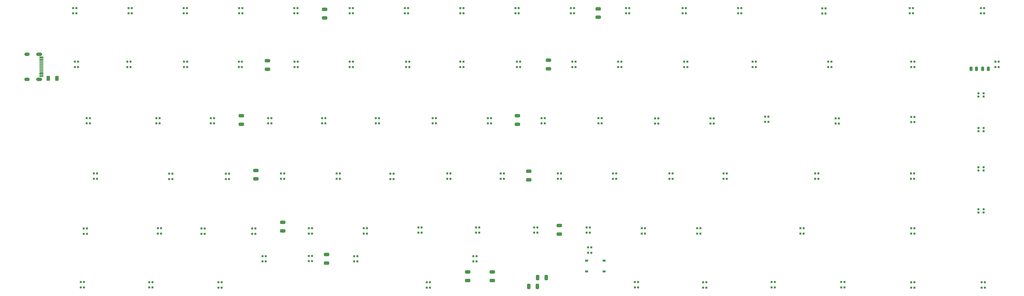
<source format=gbr>
%TF.GenerationSoftware,KiCad,Pcbnew,9.0.2*%
%TF.CreationDate,2025-07-03T22:06:11+05:30*%
%TF.ProjectId,KeeBoard,4b656542-6f61-4726-942e-6b696361645f,rev?*%
%TF.SameCoordinates,Original*%
%TF.FileFunction,Paste,Top*%
%TF.FilePolarity,Positive*%
%FSLAX46Y46*%
G04 Gerber Fmt 4.6, Leading zero omitted, Abs format (unit mm)*
G04 Created by KiCad (PCBNEW 9.0.2) date 2025-07-03 22:06:11*
%MOMM*%
%LPD*%
G01*
G04 APERTURE LIST*
G04 Aperture macros list*
%AMRoundRect*
0 Rectangle with rounded corners*
0 $1 Rounding radius*
0 $2 $3 $4 $5 $6 $7 $8 $9 X,Y pos of 4 corners*
0 Add a 4 corners polygon primitive as box body*
4,1,4,$2,$3,$4,$5,$6,$7,$8,$9,$2,$3,0*
0 Add four circle primitives for the rounded corners*
1,1,$1+$1,$2,$3*
1,1,$1+$1,$4,$5*
1,1,$1+$1,$6,$7*
1,1,$1+$1,$8,$9*
0 Add four rect primitives between the rounded corners*
20,1,$1+$1,$2,$3,$4,$5,0*
20,1,$1+$1,$4,$5,$6,$7,0*
20,1,$1+$1,$6,$7,$8,$9,0*
20,1,$1+$1,$8,$9,$2,$3,0*%
G04 Aperture macros list end*
%ADD10C,0.000000*%
%ADD11RoundRect,0.250000X0.325000X0.650000X-0.325000X0.650000X-0.325000X-0.650000X0.325000X-0.650000X0*%
%ADD12RoundRect,0.250000X0.650000X-0.325000X0.650000X0.325000X-0.650000X0.325000X-0.650000X-0.325000X0*%
%ADD13R,0.700000X0.700000*%
%ADD14RoundRect,0.250000X-0.250000X-0.475000X0.250000X-0.475000X0.250000X0.475000X-0.250000X0.475000X0*%
%ADD15RoundRect,0.250000X-0.650000X0.325000X-0.650000X-0.325000X0.650000X-0.325000X0.650000X0.325000X0*%
%ADD16R,1.000000X0.750000*%
%ADD17R,1.300000X0.300000*%
%ADD18RoundRect,0.250000X0.312500X0.625000X-0.312500X0.625000X-0.312500X-0.625000X0.312500X-0.625000X0*%
G04 APERTURE END LIST*
D10*
%TO.C,J1*%
G36*
X22598000Y-41725000D02*
G01*
X21298000Y-41725000D01*
X21298000Y-41425000D01*
X22598000Y-41425000D01*
X22598000Y-41725000D01*
G37*
G36*
X22598000Y-42725000D02*
G01*
X21298000Y-42725000D01*
X21298000Y-42425000D01*
X22598000Y-42425000D01*
X22598000Y-42725000D01*
G37*
G36*
X22598000Y-43225000D02*
G01*
X21298000Y-43225000D01*
X21298000Y-42925000D01*
X22598000Y-42925000D01*
X22598000Y-43225000D01*
G37*
G36*
X22598000Y-43725000D02*
G01*
X21298000Y-43725000D01*
X21298000Y-43425000D01*
X22598000Y-43425000D01*
X22598000Y-43725000D01*
G37*
G36*
X22598000Y-44225000D02*
G01*
X21298000Y-44225000D01*
X21298000Y-43925000D01*
X22598000Y-43925000D01*
X22598000Y-44225000D01*
G37*
G36*
X22598000Y-44724500D02*
G01*
X21298000Y-44724500D01*
X21298000Y-44424500D01*
X22598000Y-44424500D01*
X22598000Y-44724500D01*
G37*
G36*
X22598000Y-45225000D02*
G01*
X21298000Y-45225000D01*
X21298000Y-44925000D01*
X22598000Y-44925000D01*
X22598000Y-45225000D01*
G37*
G36*
X22598000Y-42225000D02*
G01*
X21298000Y-42225000D01*
X21298000Y-41925000D01*
X22598000Y-41925000D01*
X22598000Y-42225000D01*
G37*
G36*
X22598000Y-40125000D02*
G01*
X22598000Y-40425000D01*
X21298000Y-40425000D01*
X21298000Y-40125000D01*
X21298000Y-39825000D01*
X22598000Y-39825000D01*
X22598000Y-40125000D01*
G37*
G36*
X22598000Y-40925000D02*
G01*
X22598000Y-41225000D01*
X21298000Y-41225000D01*
X21298000Y-40925000D01*
X21298000Y-40625000D01*
X22598000Y-40625000D01*
X22598000Y-40925000D01*
G37*
G36*
X22598000Y-45725000D02*
G01*
X22598000Y-46025000D01*
X21298500Y-46025000D01*
X21298500Y-45725000D01*
X21298500Y-45425000D01*
X22598000Y-45425000D01*
X22598000Y-45725000D01*
G37*
G36*
X22598000Y-46525000D02*
G01*
X22598000Y-46825000D01*
X21298500Y-46825000D01*
X21298500Y-46525000D01*
X21298500Y-46225000D01*
X22598000Y-46225000D01*
X22598000Y-46525000D01*
G37*
G36*
X17330000Y-47051000D02*
G01*
X17359500Y-47053000D01*
X17389500Y-47057000D01*
X17419000Y-47062000D01*
X17448000Y-47068500D01*
X17476500Y-47077000D01*
X17505000Y-47086500D01*
X17533000Y-47097000D01*
X17560000Y-47109500D01*
X17587000Y-47123000D01*
X17612500Y-47138000D01*
X17638000Y-47154500D01*
X17662000Y-47172000D01*
X17685500Y-47190500D01*
X17708000Y-47210500D01*
X17729500Y-47231000D01*
X17749500Y-47253000D01*
X17769000Y-47276000D01*
X17787000Y-47300000D01*
X17804000Y-47324500D01*
X17819500Y-47350000D01*
X17834000Y-47376500D01*
X17847000Y-47403500D01*
X17858500Y-47431000D01*
X17868500Y-47459000D01*
X17877500Y-47487500D01*
X17885000Y-47516500D01*
X17891000Y-47546000D01*
X17895000Y-47575500D01*
X17898000Y-47605500D01*
X17899500Y-47635000D01*
X17899500Y-47665000D01*
X17898000Y-47695000D01*
X17895000Y-47724500D01*
X17891000Y-47754500D01*
X17885000Y-47783500D01*
X17877500Y-47812500D01*
X17868500Y-47841000D01*
X17858500Y-47869500D01*
X17847000Y-47897000D01*
X17834000Y-47924000D01*
X17819500Y-47950000D01*
X17804000Y-47975500D01*
X17787000Y-48000500D01*
X17769000Y-48024000D01*
X17749500Y-48047000D01*
X17729500Y-48069000D01*
X17708000Y-48090000D01*
X17685500Y-48110000D01*
X17662000Y-48128500D01*
X17638000Y-48146000D01*
X17612500Y-48162000D01*
X17587000Y-48177000D01*
X17560000Y-48190500D01*
X17533000Y-48203000D01*
X17505000Y-48214000D01*
X17476500Y-48223500D01*
X17448000Y-48231500D01*
X17419000Y-48238000D01*
X17389500Y-48243500D01*
X17359500Y-48247000D01*
X17330000Y-48249500D01*
X17300000Y-48250000D01*
X16700000Y-48250000D01*
X16670000Y-48249500D01*
X16640000Y-48247000D01*
X16610500Y-48243500D01*
X16581000Y-48238000D01*
X16552000Y-48231500D01*
X16523000Y-48223500D01*
X16494500Y-48214000D01*
X16467000Y-48203000D01*
X16439500Y-48190500D01*
X16413000Y-48177000D01*
X16387000Y-48162000D01*
X16362000Y-48146000D01*
X16337500Y-48128500D01*
X16314000Y-48110000D01*
X16292000Y-48090000D01*
X16270500Y-48069000D01*
X16250000Y-48047000D01*
X16231000Y-48024000D01*
X16212500Y-48000500D01*
X16196000Y-47975500D01*
X16180500Y-47950000D01*
X16166000Y-47924000D01*
X16153000Y-47897000D01*
X16141500Y-47869500D01*
X16131000Y-47841000D01*
X16122500Y-47812500D01*
X16115000Y-47783500D01*
X16109000Y-47754500D01*
X16104500Y-47724500D01*
X16101500Y-47695000D01*
X16100000Y-47665000D01*
X16100000Y-47635000D01*
X16101500Y-47605500D01*
X16104500Y-47575500D01*
X16109000Y-47546000D01*
X16115000Y-47516500D01*
X16122500Y-47487500D01*
X16131000Y-47459000D01*
X16141500Y-47431000D01*
X16153000Y-47403500D01*
X16166000Y-47376500D01*
X16180500Y-47350000D01*
X16196000Y-47324500D01*
X16212500Y-47300000D01*
X16231000Y-47276000D01*
X16250000Y-47253000D01*
X16270500Y-47231000D01*
X16292000Y-47210500D01*
X16314000Y-47190500D01*
X16337500Y-47172000D01*
X16362000Y-47154500D01*
X16387000Y-47138000D01*
X16413000Y-47123000D01*
X16439500Y-47109500D01*
X16467000Y-47097000D01*
X16494500Y-47086500D01*
X16523000Y-47077000D01*
X16552000Y-47068500D01*
X16581000Y-47062000D01*
X16610500Y-47057000D01*
X16640000Y-47053000D01*
X16670000Y-47051000D01*
X16700000Y-47050000D01*
X17300000Y-47050000D01*
X17330000Y-47051000D01*
G37*
G36*
X17330000Y-38400500D02*
G01*
X17359500Y-38403000D01*
X17389500Y-38406500D01*
X17419000Y-38412000D01*
X17448000Y-38418500D01*
X17476500Y-38426500D01*
X17505000Y-38436000D01*
X17533000Y-38447000D01*
X17560000Y-38459500D01*
X17587000Y-38473000D01*
X17612500Y-38488000D01*
X17638000Y-38504000D01*
X17662000Y-38521500D01*
X17685500Y-38540000D01*
X17708000Y-38560000D01*
X17729500Y-38581000D01*
X17749500Y-38603000D01*
X17769000Y-38626000D01*
X17787000Y-38649500D01*
X17804000Y-38674500D01*
X17819500Y-38700000D01*
X17834000Y-38726000D01*
X17847000Y-38753000D01*
X17858500Y-38780500D01*
X17868500Y-38809000D01*
X17877500Y-38837500D01*
X17885000Y-38866500D01*
X17891000Y-38895500D01*
X17895000Y-38925500D01*
X17898000Y-38955000D01*
X17899500Y-38985000D01*
X17899500Y-39015000D01*
X17898000Y-39044500D01*
X17895000Y-39074500D01*
X17891000Y-39104000D01*
X17885000Y-39133500D01*
X17877500Y-39162500D01*
X17868500Y-39191000D01*
X17858500Y-39219000D01*
X17847000Y-39246500D01*
X17834000Y-39273500D01*
X17819500Y-39300000D01*
X17804000Y-39325500D01*
X17787000Y-39350000D01*
X17769000Y-39374000D01*
X17749500Y-39397000D01*
X17729500Y-39419000D01*
X17708000Y-39439500D01*
X17685500Y-39459500D01*
X17662000Y-39478000D01*
X17638000Y-39495500D01*
X17612500Y-39512000D01*
X17587000Y-39527000D01*
X17560000Y-39540500D01*
X17533000Y-39553000D01*
X17505000Y-39563500D01*
X17476500Y-39573000D01*
X17448000Y-39581500D01*
X17419000Y-39588000D01*
X17389500Y-39593000D01*
X17359500Y-39597000D01*
X17330000Y-39599000D01*
X17300000Y-39600000D01*
X16700000Y-39600000D01*
X16670000Y-39599000D01*
X16640000Y-39597000D01*
X16610500Y-39593000D01*
X16581000Y-39588000D01*
X16552000Y-39581500D01*
X16523000Y-39573000D01*
X16494500Y-39563500D01*
X16467000Y-39553000D01*
X16439500Y-39540500D01*
X16413000Y-39527000D01*
X16387000Y-39512000D01*
X16362000Y-39495500D01*
X16337500Y-39478000D01*
X16314000Y-39459500D01*
X16292000Y-39439500D01*
X16270500Y-39419000D01*
X16250000Y-39397000D01*
X16231000Y-39374000D01*
X16212500Y-39350000D01*
X16196000Y-39325500D01*
X16180500Y-39300000D01*
X16166000Y-39273500D01*
X16153000Y-39246500D01*
X16141500Y-39219000D01*
X16131000Y-39191000D01*
X16122500Y-39162500D01*
X16115000Y-39133500D01*
X16109000Y-39104000D01*
X16104500Y-39074500D01*
X16101500Y-39044500D01*
X16100000Y-39015000D01*
X16100000Y-38985000D01*
X16101500Y-38955000D01*
X16104500Y-38925500D01*
X16109000Y-38895500D01*
X16115000Y-38866500D01*
X16122500Y-38837500D01*
X16131000Y-38809000D01*
X16141500Y-38780500D01*
X16153000Y-38753000D01*
X16166000Y-38726000D01*
X16180500Y-38700000D01*
X16196000Y-38674500D01*
X16212500Y-38649500D01*
X16231000Y-38626000D01*
X16250000Y-38603000D01*
X16270500Y-38581000D01*
X16292000Y-38560000D01*
X16314000Y-38540000D01*
X16337500Y-38521500D01*
X16362000Y-38504000D01*
X16387000Y-38488000D01*
X16413000Y-38473000D01*
X16439500Y-38459500D01*
X16467000Y-38447000D01*
X16494500Y-38436000D01*
X16523000Y-38426500D01*
X16552000Y-38418500D01*
X16581000Y-38412000D01*
X16610500Y-38406500D01*
X16640000Y-38403000D01*
X16670000Y-38400500D01*
X16700000Y-38400000D01*
X17300000Y-38400000D01*
X17330000Y-38400500D01*
G37*
G36*
X21609500Y-38400500D02*
G01*
X21639500Y-38403000D01*
X21669000Y-38406500D01*
X21698500Y-38412000D01*
X21728000Y-38418500D01*
X21756500Y-38426500D01*
X21785000Y-38436000D01*
X21813000Y-38447000D01*
X21840000Y-38459500D01*
X21866500Y-38473000D01*
X21892500Y-38488000D01*
X21918000Y-38504000D01*
X21942000Y-38521500D01*
X21965500Y-38540000D01*
X21988000Y-38560000D01*
X22009500Y-38581000D01*
X22029500Y-38603000D01*
X22049000Y-38626000D01*
X22067000Y-38649500D01*
X22084000Y-38674500D01*
X22099500Y-38700000D01*
X22113500Y-38726000D01*
X22126500Y-38753000D01*
X22138500Y-38780500D01*
X22148500Y-38809000D01*
X22157500Y-38837500D01*
X22164500Y-38866500D01*
X22170500Y-38895500D01*
X22175000Y-38925500D01*
X22178000Y-38955000D01*
X22179500Y-38985000D01*
X22179500Y-39015000D01*
X22178000Y-39044500D01*
X22175000Y-39074500D01*
X22170500Y-39104000D01*
X22164500Y-39133500D01*
X22157500Y-39162500D01*
X22148500Y-39191000D01*
X22138500Y-39219000D01*
X22126500Y-39246500D01*
X22113500Y-39273500D01*
X22099500Y-39300000D01*
X22084000Y-39325500D01*
X22067000Y-39350000D01*
X22049000Y-39374000D01*
X22029500Y-39397000D01*
X22009500Y-39419000D01*
X21988000Y-39439500D01*
X21965500Y-39459500D01*
X21942000Y-39478000D01*
X21918000Y-39495500D01*
X21892500Y-39512000D01*
X21866500Y-39527000D01*
X21840000Y-39540500D01*
X21813000Y-39553000D01*
X21785000Y-39563500D01*
X21756500Y-39573000D01*
X21728000Y-39581500D01*
X21698500Y-39588000D01*
X21669000Y-39593000D01*
X21639500Y-39597000D01*
X21609500Y-39599000D01*
X21580000Y-39600000D01*
X20780000Y-39600000D01*
X20750000Y-39599000D01*
X20720000Y-39597000D01*
X20690500Y-39593000D01*
X20661000Y-39588000D01*
X20631500Y-39581500D01*
X20603000Y-39573000D01*
X20574500Y-39563500D01*
X20546500Y-39553000D01*
X20519500Y-39540500D01*
X20493000Y-39527000D01*
X20467000Y-39512000D01*
X20442000Y-39495500D01*
X20417500Y-39478000D01*
X20394000Y-39459500D01*
X20371500Y-39439500D01*
X20350500Y-39419000D01*
X20330000Y-39397000D01*
X20310500Y-39374000D01*
X20292500Y-39350000D01*
X20276000Y-39325500D01*
X20260000Y-39300000D01*
X20246000Y-39273500D01*
X20233000Y-39246500D01*
X20221500Y-39219000D01*
X20211000Y-39191000D01*
X20202000Y-39162500D01*
X20195000Y-39133500D01*
X20189000Y-39104000D01*
X20184500Y-39074500D01*
X20181500Y-39044500D01*
X20180000Y-39015000D01*
X20180000Y-38985000D01*
X20181500Y-38955000D01*
X20184500Y-38925500D01*
X20189000Y-38895500D01*
X20195000Y-38866500D01*
X20202000Y-38837500D01*
X20211000Y-38809000D01*
X20221500Y-38780500D01*
X20233000Y-38753000D01*
X20246000Y-38726000D01*
X20260000Y-38700000D01*
X20276000Y-38674500D01*
X20292500Y-38649500D01*
X20310500Y-38626000D01*
X20330000Y-38603000D01*
X20350500Y-38581000D01*
X20371500Y-38560000D01*
X20394000Y-38540000D01*
X20417500Y-38521500D01*
X20442000Y-38504000D01*
X20467000Y-38488000D01*
X20493000Y-38473000D01*
X20519500Y-38459500D01*
X20546500Y-38447000D01*
X20574500Y-38436000D01*
X20603000Y-38426500D01*
X20631500Y-38418500D01*
X20661000Y-38412000D01*
X20690500Y-38406500D01*
X20720000Y-38403000D01*
X20750000Y-38400500D01*
X20780000Y-38400000D01*
X21580000Y-38400000D01*
X21609500Y-38400500D01*
G37*
G36*
X21609500Y-47051000D02*
G01*
X21639500Y-47053000D01*
X21669000Y-47057000D01*
X21698500Y-47062000D01*
X21728000Y-47068500D01*
X21756500Y-47077000D01*
X21785000Y-47086500D01*
X21813000Y-47097000D01*
X21840000Y-47109500D01*
X21866500Y-47123000D01*
X21892500Y-47138000D01*
X21918000Y-47154500D01*
X21942000Y-47172000D01*
X21965500Y-47190500D01*
X21988000Y-47210500D01*
X22009500Y-47231000D01*
X22029500Y-47253000D01*
X22049000Y-47276000D01*
X22067000Y-47300000D01*
X22084000Y-47324500D01*
X22099500Y-47350000D01*
X22113500Y-47376500D01*
X22126500Y-47403500D01*
X22138500Y-47431000D01*
X22148500Y-47459000D01*
X22157500Y-47487500D01*
X22164500Y-47516500D01*
X22170500Y-47546000D01*
X22175000Y-47575500D01*
X22178000Y-47605500D01*
X22179500Y-47635000D01*
X22179500Y-47665000D01*
X22178000Y-47695000D01*
X22175000Y-47724500D01*
X22170500Y-47754500D01*
X22164500Y-47783500D01*
X22157500Y-47812500D01*
X22148500Y-47841000D01*
X22138500Y-47869500D01*
X22126500Y-47897000D01*
X22113500Y-47924000D01*
X22099500Y-47950000D01*
X22084000Y-47975500D01*
X22067000Y-48000500D01*
X22049000Y-48024000D01*
X22029500Y-48047000D01*
X22009500Y-48069000D01*
X21988000Y-48090000D01*
X21965500Y-48110000D01*
X21942000Y-48128500D01*
X21918000Y-48146000D01*
X21892500Y-48162000D01*
X21866500Y-48177000D01*
X21840000Y-48190500D01*
X21813000Y-48203000D01*
X21785000Y-48214000D01*
X21756500Y-48223500D01*
X21728000Y-48231500D01*
X21698500Y-48238000D01*
X21669000Y-48243500D01*
X21639500Y-48247000D01*
X21609500Y-48249500D01*
X21580000Y-48250000D01*
X20780000Y-48250000D01*
X20750000Y-48249500D01*
X20720000Y-48247000D01*
X20690500Y-48243500D01*
X20661000Y-48238000D01*
X20631500Y-48231500D01*
X20603000Y-48223500D01*
X20574500Y-48214000D01*
X20546500Y-48203000D01*
X20519500Y-48190500D01*
X20493000Y-48177000D01*
X20467000Y-48162000D01*
X20442000Y-48146000D01*
X20417500Y-48128500D01*
X20394000Y-48110000D01*
X20371500Y-48090000D01*
X20350500Y-48069000D01*
X20330000Y-48047000D01*
X20310500Y-48024000D01*
X20292500Y-48000500D01*
X20276000Y-47975500D01*
X20260000Y-47950000D01*
X20246000Y-47924000D01*
X20233000Y-47897000D01*
X20221500Y-47869500D01*
X20211000Y-47841000D01*
X20202000Y-47812500D01*
X20195000Y-47783500D01*
X20189000Y-47754500D01*
X20184500Y-47724500D01*
X20181500Y-47695000D01*
X20180000Y-47665000D01*
X20180000Y-47635000D01*
X20181500Y-47605500D01*
X20184500Y-47575500D01*
X20189000Y-47546000D01*
X20195000Y-47516500D01*
X20202000Y-47487500D01*
X20211000Y-47459000D01*
X20221500Y-47431000D01*
X20233000Y-47403500D01*
X20246000Y-47376500D01*
X20260000Y-47350000D01*
X20276000Y-47324500D01*
X20292500Y-47300000D01*
X20310500Y-47276000D01*
X20330000Y-47253000D01*
X20350500Y-47231000D01*
X20371500Y-47210500D01*
X20394000Y-47190500D01*
X20417500Y-47172000D01*
X20442000Y-47154500D01*
X20467000Y-47138000D01*
X20493000Y-47123000D01*
X20519500Y-47109500D01*
X20546500Y-47097000D01*
X20574500Y-47086500D01*
X20603000Y-47077000D01*
X20631500Y-47068500D01*
X20661000Y-47062000D01*
X20690500Y-47057000D01*
X20720000Y-47053000D01*
X20750000Y-47051000D01*
X20780000Y-47050000D01*
X21580000Y-47050000D01*
X21609500Y-47051000D01*
G37*
%TD*%
D11*
%TO.C,C1*%
X192475000Y-119000000D03*
X189525000Y-119000000D03*
%TD*%
D12*
%TO.C,C2*%
X119300000Y-26475000D03*
X119300000Y-23525000D03*
%TD*%
D13*
%TO.C,LED81*%
X129450000Y-110415000D03*
X130550000Y-110415000D03*
X130550000Y-108585000D03*
X129450000Y-108585000D03*
%TD*%
%TO.C,LED80*%
X113900000Y-110330000D03*
X115000000Y-110330000D03*
X115000000Y-108500000D03*
X113900000Y-108500000D03*
%TD*%
%TO.C,LED91*%
X344085000Y-92450000D03*
X344085000Y-93550000D03*
X345915000Y-93550000D03*
X345915000Y-92450000D03*
%TD*%
%TO.C,LED68*%
X151540000Y-100500000D03*
X152640000Y-100500000D03*
X152640000Y-98670000D03*
X151540000Y-98670000D03*
%TD*%
%TO.C,LED36*%
X99950000Y-62830000D03*
X101050000Y-62830000D03*
X101050000Y-61000000D03*
X99950000Y-61000000D03*
%TD*%
%TO.C,LED17*%
X33450000Y-43415000D03*
X34550000Y-43415000D03*
X34550000Y-41585000D03*
X33450000Y-41585000D03*
%TD*%
%TO.C,LED6*%
X127925000Y-24915000D03*
X129025000Y-24915000D03*
X129025000Y-23085000D03*
X127925000Y-23085000D03*
%TD*%
%TO.C,LED18*%
X51450000Y-43415000D03*
X52550000Y-43415000D03*
X52550000Y-41585000D03*
X51450000Y-41585000D03*
%TD*%
%TO.C,LED65*%
X94450000Y-100915000D03*
X95550000Y-100915000D03*
X95550000Y-99085000D03*
X94450000Y-99085000D03*
%TD*%
%TO.C,LED23*%
X147350000Y-43415000D03*
X148450000Y-43415000D03*
X148450000Y-41585000D03*
X147350000Y-41585000D03*
%TD*%
%TO.C,LED58*%
X237830000Y-81915000D03*
X238930000Y-81915000D03*
X238930000Y-80085000D03*
X237830000Y-80085000D03*
%TD*%
%TO.C,LED66*%
X113900000Y-100830000D03*
X115000000Y-100830000D03*
X115000000Y-99000000D03*
X113900000Y-99000000D03*
%TD*%
%TO.C,LED53*%
X141900000Y-82000000D03*
X143000000Y-82000000D03*
X143000000Y-80170000D03*
X141900000Y-80170000D03*
%TD*%
D12*
%TO.C,C3*%
X213400000Y-26275000D03*
X213400000Y-23325000D03*
%TD*%
D13*
%TO.C,LED60*%
X287950000Y-81915000D03*
X289050000Y-81915000D03*
X289050000Y-80085000D03*
X287950000Y-80085000D03*
%TD*%
%TO.C,LED14*%
X290400000Y-25000000D03*
X291500000Y-25000000D03*
X291500000Y-23170000D03*
X290400000Y-23170000D03*
%TD*%
%TO.C,LED57*%
X218450000Y-81915000D03*
X219550000Y-81915000D03*
X219550000Y-80085000D03*
X218450000Y-80085000D03*
%TD*%
D12*
%TO.C,C14*%
X200000000Y-100975000D03*
X200000000Y-98025000D03*
%TD*%
D13*
%TO.C,LED62*%
X36500000Y-100915000D03*
X37600000Y-100915000D03*
X37600000Y-99085000D03*
X36500000Y-99085000D03*
%TD*%
%TO.C,LED94*%
X344085000Y-52450000D03*
X344085000Y-53550000D03*
X345915000Y-53550000D03*
X345915000Y-52450000D03*
%TD*%
D12*
%TO.C,C13*%
X104900000Y-99875000D03*
X104900000Y-96925000D03*
%TD*%
D14*
%TO.C,0.1uf_C2*%
X345550000Y-44000000D03*
X347450000Y-44000000D03*
%TD*%
D13*
%TO.C,LED69*%
X171400000Y-100500000D03*
X172500000Y-100500000D03*
X172500000Y-98670000D03*
X171400000Y-98670000D03*
%TD*%
%TO.C,LED5*%
X108920000Y-24915000D03*
X110020000Y-24915000D03*
X110020000Y-23085000D03*
X108920000Y-23085000D03*
%TD*%
%TO.C,LED37*%
X118450000Y-62830000D03*
X119550000Y-62830000D03*
X119550000Y-61000000D03*
X118450000Y-61000000D03*
%TD*%
D14*
%TO.C,0.1uf_C1*%
X341550000Y-44000000D03*
X343450000Y-44000000D03*
%TD*%
D13*
%TO.C,LED75*%
X320950000Y-100830000D03*
X322050000Y-100830000D03*
X322050000Y-99000000D03*
X320950000Y-99000000D03*
%TD*%
D12*
%TO.C,C19*%
X120000000Y-110975000D03*
X120000000Y-108025000D03*
%TD*%
D13*
%TO.C,LED4*%
X89915000Y-24915000D03*
X91015000Y-24915000D03*
X91015000Y-23085000D03*
X89915000Y-23085000D03*
%TD*%
D12*
%TO.C,C10*%
X95700000Y-81975000D03*
X95700000Y-79025000D03*
%TD*%
D11*
%TO.C,C17*%
X195475000Y-116000000D03*
X192525000Y-116000000D03*
%TD*%
D13*
%TO.C,LED2*%
X51905000Y-24915000D03*
X53005000Y-24915000D03*
X53005000Y-23085000D03*
X51905000Y-23085000D03*
%TD*%
%TO.C,LED32*%
X349950000Y-43415000D03*
X351050000Y-43415000D03*
X351050000Y-41585000D03*
X349950000Y-41585000D03*
%TD*%
%TO.C,LED20*%
X89801667Y-43415000D03*
X90901667Y-43415000D03*
X90901667Y-41585000D03*
X89801667Y-41585000D03*
%TD*%
D12*
%TO.C,C6*%
X196300000Y-43975000D03*
X196300000Y-41025000D03*
%TD*%
D13*
%TO.C,LED59*%
X256450000Y-81915000D03*
X257550000Y-81915000D03*
X257550000Y-80085000D03*
X256450000Y-80085000D03*
%TD*%
%TO.C,LED15*%
X320450000Y-24915000D03*
X321550000Y-24915000D03*
X321550000Y-23085000D03*
X320450000Y-23085000D03*
%TD*%
%TO.C,LED13*%
X261450000Y-24915000D03*
X262550000Y-24915000D03*
X262550000Y-23085000D03*
X261450000Y-23085000D03*
%TD*%
%TO.C,LED55*%
X179850000Y-81915000D03*
X180950000Y-81915000D03*
X180950000Y-80085000D03*
X179850000Y-80085000D03*
%TD*%
%TO.C,LED29*%
X266450000Y-43415000D03*
X267550000Y-43415000D03*
X267550000Y-41585000D03*
X266450000Y-41585000D03*
%TD*%
%TO.C,LED10*%
X203945000Y-24915000D03*
X205045000Y-24915000D03*
X205045000Y-23085000D03*
X203945000Y-23085000D03*
%TD*%
%TO.C,LED83*%
X170450000Y-110415000D03*
X171550000Y-110415000D03*
X171550000Y-108585000D03*
X170450000Y-108585000D03*
%TD*%
%TO.C,LED19*%
X70950000Y-43415000D03*
X72050000Y-43415000D03*
X72050000Y-41585000D03*
X70950000Y-41585000D03*
%TD*%
%TO.C,LED61*%
X320900000Y-81915000D03*
X322000000Y-81915000D03*
X322000000Y-80085000D03*
X320900000Y-80085000D03*
%TD*%
%TO.C,LED28*%
X242950000Y-43415000D03*
X244050000Y-43415000D03*
X244050000Y-41585000D03*
X242950000Y-41585000D03*
%TD*%
%TO.C,LED51*%
X104350000Y-81915000D03*
X105450000Y-81915000D03*
X105450000Y-80085000D03*
X104350000Y-80085000D03*
%TD*%
%TO.C,LED49*%
X65900000Y-82000000D03*
X67000000Y-82000000D03*
X67000000Y-80170000D03*
X65900000Y-80170000D03*
%TD*%
%TO.C,LED26*%
X204450000Y-43415000D03*
X205550000Y-43415000D03*
X205550000Y-41585000D03*
X204450000Y-41585000D03*
%TD*%
%TO.C,LED87*%
X273000000Y-119330000D03*
X274100000Y-119330000D03*
X274100000Y-117500000D03*
X273000000Y-117500000D03*
%TD*%
%TO.C,LED46*%
X294950000Y-62915000D03*
X296050000Y-62915000D03*
X296050000Y-61085000D03*
X294950000Y-61085000D03*
%TD*%
%TO.C,LED73*%
X247400000Y-100830000D03*
X248500000Y-100830000D03*
X248500000Y-99000000D03*
X247400000Y-99000000D03*
%TD*%
%TO.C,LED48*%
X39950000Y-81915000D03*
X41050000Y-81915000D03*
X41050000Y-80085000D03*
X39950000Y-80085000D03*
%TD*%
%TO.C,LED56*%
X199450000Y-81915000D03*
X200550000Y-81915000D03*
X200550000Y-80085000D03*
X199450000Y-80085000D03*
%TD*%
D12*
%TO.C,C8*%
X90700000Y-63175000D03*
X90700000Y-60225000D03*
%TD*%
D13*
%TO.C,LED24*%
X165950000Y-43415000D03*
X167050000Y-43415000D03*
X167050000Y-41585000D03*
X165950000Y-41585000D03*
%TD*%
%TO.C,LED40*%
X175450000Y-62830000D03*
X176550000Y-62830000D03*
X176550000Y-61000000D03*
X175450000Y-61000000D03*
%TD*%
%TO.C,LED12*%
X242450000Y-24915000D03*
X243550000Y-24915000D03*
X243550000Y-23085000D03*
X242450000Y-23085000D03*
%TD*%
%TO.C,LED34*%
X61450000Y-62830000D03*
X62550000Y-62830000D03*
X62550000Y-61000000D03*
X61450000Y-61000000D03*
%TD*%
%TO.C,LED31*%
X320950000Y-43415000D03*
X322050000Y-43415000D03*
X322050000Y-41585000D03*
X320950000Y-41585000D03*
%TD*%
%TO.C,LED71*%
X209400000Y-100500000D03*
X210500000Y-100500000D03*
X210500000Y-98670000D03*
X209400000Y-98670000D03*
%TD*%
%TO.C,LED3*%
X70910000Y-24915000D03*
X72010000Y-24915000D03*
X72010000Y-23085000D03*
X70910000Y-23085000D03*
%TD*%
%TO.C,LED78*%
X82780000Y-119430000D03*
X83880000Y-119430000D03*
X83880000Y-117600000D03*
X82780000Y-117600000D03*
%TD*%
%TO.C,LED85*%
X226000000Y-119330000D03*
X227100000Y-119330000D03*
X227100000Y-117500000D03*
X226000000Y-117500000D03*
%TD*%
%TO.C,LED67*%
X132800000Y-100830000D03*
X133900000Y-100830000D03*
X133900000Y-99000000D03*
X132800000Y-99000000D03*
%TD*%
%TO.C,LED90*%
X345200000Y-119430000D03*
X346300000Y-119430000D03*
X346300000Y-117600000D03*
X345200000Y-117600000D03*
%TD*%
%TO.C,LED63*%
X61950000Y-100815000D03*
X63050000Y-100815000D03*
X63050000Y-98985000D03*
X61950000Y-98985000D03*
%TD*%
%TO.C,LED77*%
X59000000Y-119400000D03*
X60100000Y-119400000D03*
X60100000Y-117570000D03*
X59000000Y-117570000D03*
%TD*%
%TO.C,LED43*%
X232950000Y-62915000D03*
X234050000Y-62915000D03*
X234050000Y-61085000D03*
X232950000Y-61085000D03*
%TD*%
%TO.C,LED64*%
X76950000Y-100915000D03*
X78050000Y-100915000D03*
X78050000Y-99085000D03*
X76950000Y-99085000D03*
%TD*%
D12*
%TO.C,C5*%
X99700000Y-44175000D03*
X99700000Y-41225000D03*
%TD*%
D13*
%TO.C,LED74*%
X282900000Y-100830000D03*
X284000000Y-100830000D03*
X284000000Y-99000000D03*
X282900000Y-99000000D03*
%TD*%
%TO.C,LED76*%
X35500000Y-119330000D03*
X36600000Y-119330000D03*
X36600000Y-117500000D03*
X35500000Y-117500000D03*
%TD*%
%TO.C,LED88*%
X296950000Y-119330000D03*
X298050000Y-119330000D03*
X298050000Y-117500000D03*
X296950000Y-117500000D03*
%TD*%
%TO.C,LED52*%
X123450000Y-81915000D03*
X124550000Y-81915000D03*
X124550000Y-80085000D03*
X123450000Y-80085000D03*
%TD*%
%TO.C,LED44*%
X251950000Y-62915000D03*
X253050000Y-62915000D03*
X253050000Y-61085000D03*
X251950000Y-61085000D03*
%TD*%
%TO.C,LED8*%
X165935000Y-24915000D03*
X167035000Y-24915000D03*
X167035000Y-23085000D03*
X165935000Y-23085000D03*
%TD*%
%TO.C,LED54*%
X161450000Y-81915000D03*
X162550000Y-81915000D03*
X162550000Y-80085000D03*
X161450000Y-80085000D03*
%TD*%
%TO.C,LED38*%
X136950000Y-62830000D03*
X138050000Y-62830000D03*
X138050000Y-61000000D03*
X136950000Y-61000000D03*
%TD*%
%TO.C,LED72*%
X228400000Y-100830000D03*
X229500000Y-100830000D03*
X229500000Y-99000000D03*
X228400000Y-99000000D03*
%TD*%
%TO.C,LED25*%
X185450000Y-43415000D03*
X186550000Y-43415000D03*
X186550000Y-41585000D03*
X185450000Y-41585000D03*
%TD*%
%TO.C,LED1*%
X32900000Y-24915000D03*
X34000000Y-24915000D03*
X34000000Y-23085000D03*
X32900000Y-23085000D03*
%TD*%
%TO.C,LED21*%
X108950000Y-43415000D03*
X110050000Y-43415000D03*
X110050000Y-41585000D03*
X108950000Y-41585000D03*
%TD*%
%TO.C,LED39*%
X156450000Y-62830000D03*
X157550000Y-62830000D03*
X157550000Y-61000000D03*
X156450000Y-61000000D03*
%TD*%
D12*
%TO.C,C15*%
X185600000Y-63175000D03*
X185600000Y-60225000D03*
%TD*%
D13*
%TO.C,LED92*%
X344085000Y-77950000D03*
X344085000Y-79050000D03*
X345915000Y-79050000D03*
X345915000Y-77950000D03*
%TD*%
%TO.C,LED50*%
X85350000Y-82000000D03*
X86450000Y-82000000D03*
X86450000Y-80170000D03*
X85350000Y-80170000D03*
%TD*%
D12*
%TO.C,C11*%
X189500000Y-82275000D03*
X189500000Y-79325000D03*
%TD*%
D13*
%TO.C,LED16*%
X344950000Y-24915000D03*
X346050000Y-24915000D03*
X346050000Y-23085000D03*
X344950000Y-23085000D03*
%TD*%
%TO.C,LED82*%
X154450000Y-119415000D03*
X155550000Y-119415000D03*
X155550000Y-117585000D03*
X154450000Y-117585000D03*
%TD*%
%TO.C,LED41*%
X193900000Y-62830000D03*
X195000000Y-62830000D03*
X195000000Y-61000000D03*
X193900000Y-61000000D03*
%TD*%
%TO.C,LED45*%
X270750000Y-62315000D03*
X271850000Y-62315000D03*
X271850000Y-60485000D03*
X270750000Y-60485000D03*
%TD*%
D15*
%TO.C,12pF_C1*%
X168500000Y-114025000D03*
X168500000Y-116975000D03*
%TD*%
D16*
%TO.C,PB1*%
X209400000Y-110125000D03*
X215400000Y-110125000D03*
X209400000Y-113875000D03*
X215400000Y-113875000D03*
%TD*%
D17*
%TO.C,J1*%
X21948000Y-39975000D03*
X21948000Y-40775000D03*
X21948000Y-42075000D03*
X21948000Y-43075000D03*
X21948000Y-43575000D03*
X21948000Y-44574500D03*
X21948000Y-45875000D03*
X21948000Y-46675000D03*
X21948000Y-46375000D03*
X21948000Y-45575000D03*
X21948000Y-45075000D03*
X21948000Y-44075000D03*
X21948000Y-42575000D03*
X21948000Y-41575000D03*
X21948000Y-41075000D03*
X21948000Y-40275000D03*
%TD*%
D13*
%TO.C,LED84*%
X209900000Y-107430000D03*
X211000000Y-107430000D03*
X211000000Y-105600000D03*
X209900000Y-105600000D03*
%TD*%
%TO.C,LED27*%
X220210000Y-43415000D03*
X221310000Y-43415000D03*
X221310000Y-41585000D03*
X220210000Y-41585000D03*
%TD*%
%TO.C,LED9*%
X184940000Y-24915000D03*
X186040000Y-24915000D03*
X186040000Y-23085000D03*
X184940000Y-23085000D03*
%TD*%
%TO.C,LED33*%
X37500000Y-62830000D03*
X38600000Y-62830000D03*
X38600000Y-61000000D03*
X37500000Y-61000000D03*
%TD*%
%TO.C,LED7*%
X146930000Y-24915000D03*
X148030000Y-24915000D03*
X148030000Y-23085000D03*
X146930000Y-23085000D03*
%TD*%
%TO.C,LED11*%
X222950000Y-24915000D03*
X224050000Y-24915000D03*
X224050000Y-23085000D03*
X222950000Y-23085000D03*
%TD*%
%TO.C,LED22*%
X127950000Y-43415000D03*
X129050000Y-43415000D03*
X129050000Y-41585000D03*
X127950000Y-41585000D03*
%TD*%
D18*
%TO.C,5.1K_R1*%
X27262500Y-47300000D03*
X24337500Y-47300000D03*
%TD*%
D13*
%TO.C,LED89*%
X320950000Y-119430000D03*
X322050000Y-119430000D03*
X322050000Y-117600000D03*
X320950000Y-117600000D03*
%TD*%
%TO.C,LED79*%
X97950000Y-110415000D03*
X99050000Y-110415000D03*
X99050000Y-108585000D03*
X97950000Y-108585000D03*
%TD*%
%TO.C,LED93*%
X344085000Y-64450000D03*
X344085000Y-65550000D03*
X345915000Y-65550000D03*
X345915000Y-64450000D03*
%TD*%
%TO.C,LED70*%
X191400000Y-100500000D03*
X192500000Y-100500000D03*
X192500000Y-98670000D03*
X191400000Y-98670000D03*
%TD*%
%TO.C,LED30*%
X292450000Y-43415000D03*
X293550000Y-43415000D03*
X293550000Y-41585000D03*
X292450000Y-41585000D03*
%TD*%
%TO.C,LED86*%
X249450000Y-119430000D03*
X250550000Y-119430000D03*
X250550000Y-117600000D03*
X249450000Y-117600000D03*
%TD*%
D12*
%TO.C,12pF_C2*%
X177000000Y-116975000D03*
X177000000Y-114025000D03*
%TD*%
D13*
%TO.C,LED42*%
X213450000Y-62830000D03*
X214550000Y-62830000D03*
X214550000Y-61000000D03*
X213450000Y-61000000D03*
%TD*%
%TO.C,LED47*%
X320950000Y-62415000D03*
X322050000Y-62415000D03*
X322050000Y-60585000D03*
X320950000Y-60585000D03*
%TD*%
%TO.C,LED35*%
X80170000Y-62830000D03*
X81270000Y-62830000D03*
X81270000Y-61000000D03*
X80170000Y-61000000D03*
%TD*%
M02*

</source>
